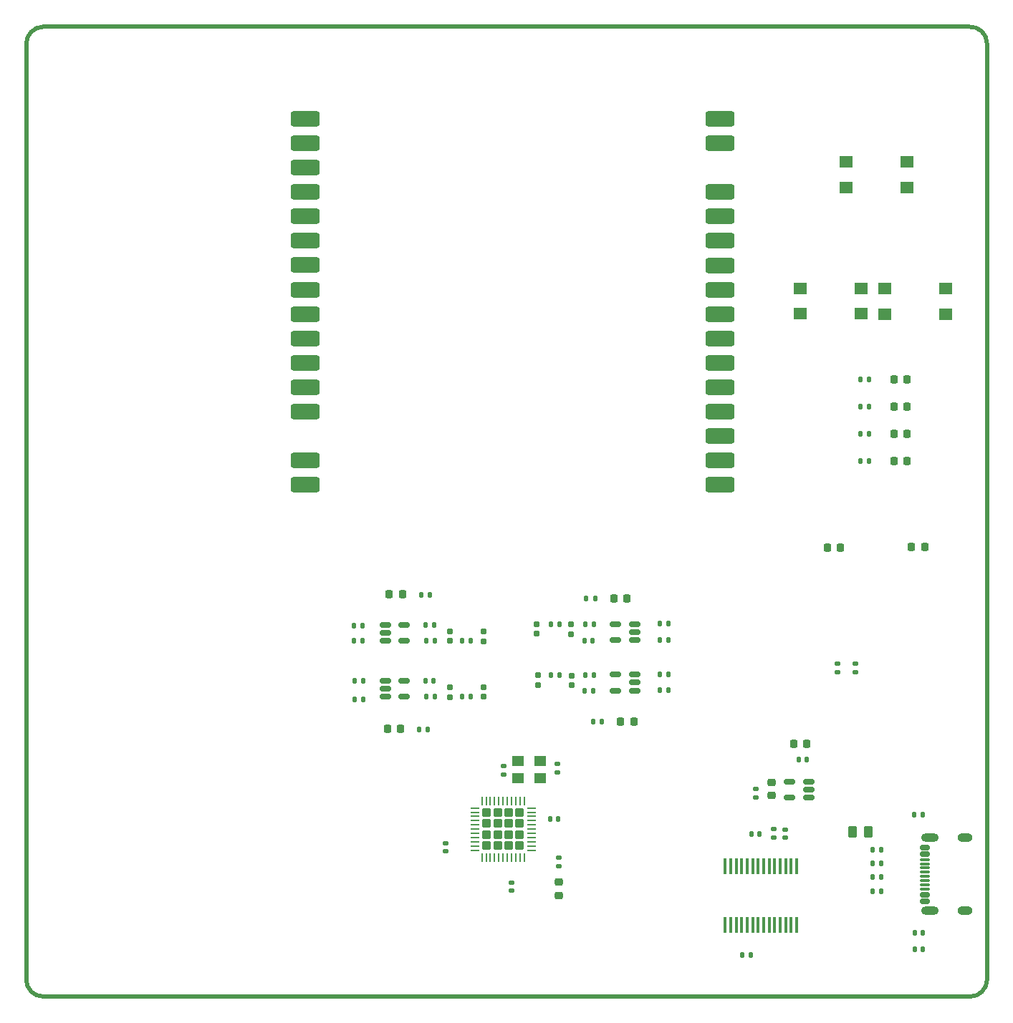
<source format=gbr>
%TF.GenerationSoftware,KiCad,Pcbnew,9.0.7*%
%TF.CreationDate,2026-01-21T16:50:36+00:00*%
%TF.ProjectId,OE PyBoard tester,4f452050-7942-46f6-9172-642074657374,rev?*%
%TF.SameCoordinates,PX4feafc0PY9062e40*%
%TF.FileFunction,Paste,Top*%
%TF.FilePolarity,Positive*%
%FSLAX46Y46*%
G04 Gerber Fmt 4.6, Leading zero omitted, Abs format (unit mm)*
G04 Created by KiCad (PCBNEW 9.0.7) date 2026-01-21 16:50:36*
%MOMM*%
%LPD*%
G01*
G04 APERTURE LIST*
G04 Aperture macros list*
%AMRoundRect*
0 Rectangle with rounded corners*
0 $1 Rounding radius*
0 $2 $3 $4 $5 $6 $7 $8 $9 X,Y pos of 4 corners*
0 Add a 4 corners polygon primitive as box body*
4,1,4,$2,$3,$4,$5,$6,$7,$8,$9,$2,$3,0*
0 Add four circle primitives for the rounded corners*
1,1,$1+$1,$2,$3*
1,1,$1+$1,$4,$5*
1,1,$1+$1,$6,$7*
1,1,$1+$1,$8,$9*
0 Add four rect primitives between the rounded corners*
20,1,$1+$1,$2,$3,$4,$5,0*
20,1,$1+$1,$4,$5,$6,$7,0*
20,1,$1+$1,$6,$7,$8,$9,0*
20,1,$1+$1,$8,$9,$2,$3,0*%
G04 Aperture macros list end*
%ADD10RoundRect,0.218750X0.218750X0.256250X-0.218750X0.256250X-0.218750X-0.256250X0.218750X-0.256250X0*%
%ADD11R,1.600000X1.400000*%
%ADD12RoundRect,0.135000X-0.185000X0.135000X-0.185000X-0.135000X0.185000X-0.135000X0.185000X0.135000X0*%
%ADD13RoundRect,0.250000X-1.450000X-0.650000X1.450000X-0.650000X1.450000X0.650000X-1.450000X0.650000X0*%
%ADD14RoundRect,0.140000X0.140000X0.170000X-0.140000X0.170000X-0.140000X-0.170000X0.140000X-0.170000X0*%
%ADD15RoundRect,0.135000X-0.135000X-0.185000X0.135000X-0.185000X0.135000X0.185000X-0.135000X0.185000X0*%
%ADD16RoundRect,0.100000X0.100000X-0.850000X0.100000X0.850000X-0.100000X0.850000X-0.100000X-0.850000X0*%
%ADD17RoundRect,0.135000X0.135000X0.185000X-0.135000X0.185000X-0.135000X-0.185000X0.135000X-0.185000X0*%
%ADD18RoundRect,0.250000X0.262500X0.450000X-0.262500X0.450000X-0.262500X-0.450000X0.262500X-0.450000X0*%
%ADD19RoundRect,0.155000X0.155000X-0.212500X0.155000X0.212500X-0.155000X0.212500X-0.155000X-0.212500X0*%
%ADD20RoundRect,0.155000X-0.155000X0.212500X-0.155000X-0.212500X0.155000X-0.212500X0.155000X0.212500X0*%
%ADD21RoundRect,0.150000X0.512500X0.150000X-0.512500X0.150000X-0.512500X-0.150000X0.512500X-0.150000X0*%
%ADD22RoundRect,0.140000X-0.140000X-0.170000X0.140000X-0.170000X0.140000X0.170000X-0.140000X0.170000X0*%
%ADD23RoundRect,0.218750X0.256250X-0.218750X0.256250X0.218750X-0.256250X0.218750X-0.256250X-0.218750X0*%
%ADD24RoundRect,0.150000X-0.512500X-0.150000X0.512500X-0.150000X0.512500X0.150000X-0.512500X0.150000X0*%
%ADD25RoundRect,0.140000X0.170000X-0.140000X0.170000X0.140000X-0.170000X0.140000X-0.170000X-0.140000X0*%
%ADD26R,1.400000X1.200000*%
%ADD27RoundRect,0.140000X-0.170000X0.140000X-0.170000X-0.140000X0.170000X-0.140000X0.170000X0.140000X0*%
%ADD28RoundRect,0.135000X0.185000X-0.135000X0.185000X0.135000X-0.185000X0.135000X-0.185000X-0.135000X0*%
%ADD29RoundRect,0.218750X-0.218750X-0.256250X0.218750X-0.256250X0.218750X0.256250X-0.218750X0.256250X0*%
%ADD30RoundRect,0.250000X-0.275000X-0.275000X0.275000X-0.275000X0.275000X0.275000X-0.275000X0.275000X0*%
%ADD31RoundRect,0.062500X-0.475000X-0.062500X0.475000X-0.062500X0.475000X0.062500X-0.475000X0.062500X0*%
%ADD32RoundRect,0.062500X-0.062500X-0.475000X0.062500X-0.475000X0.062500X0.475000X-0.062500X0.475000X0*%
%ADD33RoundRect,0.225000X0.250000X-0.225000X0.250000X0.225000X-0.250000X0.225000X-0.250000X-0.225000X0*%
%ADD34RoundRect,0.150000X0.425000X-0.150000X0.425000X0.150000X-0.425000X0.150000X-0.425000X-0.150000X0*%
%ADD35RoundRect,0.075000X0.500000X-0.075000X0.500000X0.075000X-0.500000X0.075000X-0.500000X-0.075000X0*%
%ADD36O,2.100000X1.000000*%
%ADD37O,1.800000X1.000000*%
%ADD38RoundRect,0.225000X0.225000X0.250000X-0.225000X0.250000X-0.225000X-0.250000X0.225000X-0.250000X0*%
%TA.AperFunction,Profile*%
%ADD39C,0.500000*%
%TD*%
G04 APERTURE END LIST*
D10*
%TO.C,D11*%
X104612500Y53137500D03*
X106187500Y53137500D03*
%TD*%
%TO.C,D10*%
X94678100Y53062500D03*
X96253100Y53062500D03*
%TD*%
D11*
%TO.C,OK1*%
X98690600Y80750000D03*
X91490600Y80750000D03*
X98690600Y83750000D03*
X91490600Y83750000D03*
%TD*%
%TO.C,NOK1*%
X101425000Y83725000D03*
X108625000Y83725000D03*
X101425000Y80725000D03*
X108625000Y80725000D03*
%TD*%
D12*
%TO.C,R17*%
X98000000Y39410000D03*
X98000000Y38390000D03*
%TD*%
%TO.C,R16*%
X95850000Y39410000D03*
X95850000Y38390000D03*
%TD*%
D13*
%TO.C,TP1*%
X32990681Y103816811D03*
%TD*%
D14*
%TO.C,C11*%
X92230000Y28047500D03*
X91270000Y28047500D03*
%TD*%
D13*
%TO.C,TP11*%
X32990681Y89383478D03*
%TD*%
D11*
%TO.C,SW1*%
X104050000Y95700000D03*
X96850000Y95700000D03*
X104050000Y98700000D03*
X96850000Y98700000D03*
%TD*%
D15*
%TO.C,R32*%
X51490000Y35443200D03*
X52510000Y35443200D03*
%TD*%
D10*
%TO.C,D8*%
X104125000Y66538800D03*
X102550000Y66538800D03*
%TD*%
D15*
%TO.C,R3*%
X100040000Y14100000D03*
X101060000Y14100000D03*
%TD*%
D16*
%TO.C,U2*%
X82600000Y8450000D03*
X83250000Y8450000D03*
X83900000Y8450000D03*
X84550000Y8450000D03*
X85200000Y8450000D03*
X85850000Y8450000D03*
X86500000Y8450000D03*
X87150000Y8450000D03*
X87800000Y8450000D03*
X88450000Y8450000D03*
X89100000Y8450000D03*
X89750000Y8450000D03*
X90400000Y8450000D03*
X91050000Y8450000D03*
X91050000Y15450000D03*
X90400000Y15450000D03*
X89750000Y15450000D03*
X89100000Y15450000D03*
X88450000Y15450000D03*
X87800000Y15450000D03*
X87150000Y15450000D03*
X86500000Y15450000D03*
X85850000Y15450000D03*
X85200000Y15450000D03*
X84550000Y15450000D03*
X83900000Y15450000D03*
X83250000Y15450000D03*
X82600000Y15450000D03*
%TD*%
D17*
%TO.C,R2*%
X101060000Y17400000D03*
X100040000Y17400000D03*
%TD*%
D18*
%TO.C,L1*%
X99512500Y19500000D03*
X97687500Y19500000D03*
%TD*%
D15*
%TO.C,R25*%
X47240000Y42056300D03*
X48260000Y42056300D03*
%TD*%
%TO.C,R11*%
X46461200Y31622000D03*
X47481200Y31622000D03*
%TD*%
D14*
%TO.C,C7*%
X86672500Y19250000D03*
X85712500Y19250000D03*
%TD*%
D15*
%TO.C,R28*%
X38740000Y42093200D03*
X39760000Y42093200D03*
%TD*%
D19*
%TO.C,C15*%
X54050000Y42038800D03*
X54050000Y43173800D03*
%TD*%
D14*
%TO.C,C26*%
X66930000Y42100000D03*
X65970000Y42100000D03*
%TD*%
D20*
%TO.C,C17*%
X64400000Y44006300D03*
X64400000Y42871300D03*
%TD*%
D15*
%TO.C,R10*%
X46711200Y47532400D03*
X47731200Y47532400D03*
%TD*%
%TO.C,R36*%
X38790000Y35143200D03*
X39810000Y35143200D03*
%TD*%
D17*
%TO.C,R34*%
X67060000Y38038800D03*
X66040000Y38038800D03*
%TD*%
%TO.C,R1*%
X101060000Y12450000D03*
X100040000Y12450000D03*
%TD*%
%TO.C,R13*%
X99610000Y69783600D03*
X98590000Y69783600D03*
%TD*%
D21*
%TO.C,U8*%
X71887500Y36188800D03*
X71887500Y37138800D03*
X71887500Y38088800D03*
X69612500Y38088800D03*
X69612500Y36188800D03*
%TD*%
D10*
%TO.C,D3*%
X71787500Y32538800D03*
X70212500Y32538800D03*
%TD*%
D13*
%TO.C,TP22*%
X82014000Y74938533D03*
%TD*%
D15*
%TO.C,R24*%
X51490000Y42056300D03*
X52510000Y42056300D03*
%TD*%
D17*
%TO.C,R37*%
X75910000Y36238800D03*
X74890000Y36238800D03*
%TD*%
D13*
%TO.C,TP24*%
X82014000Y72051867D03*
%TD*%
D22*
%TO.C,C23*%
X47170000Y37343200D03*
X48130000Y37343200D03*
%TD*%
D17*
%TO.C,R14*%
X99610000Y66561200D03*
X98590000Y66561200D03*
%TD*%
D15*
%TO.C,R33*%
X47240000Y35443200D03*
X48260000Y35443200D03*
%TD*%
D22*
%TO.C,C8*%
X85597500Y4882500D03*
X84637500Y4882500D03*
%TD*%
D23*
%TO.C,D1*%
X62950000Y11962500D03*
X62950000Y13537500D03*
%TD*%
D22*
%TO.C,C24*%
X47220000Y43956300D03*
X48180000Y43956300D03*
%TD*%
D13*
%TO.C,TP3*%
X32990681Y100930144D03*
%TD*%
D19*
%TO.C,C19*%
X54050000Y35475700D03*
X54050000Y36610700D03*
%TD*%
D17*
%TO.C,R35*%
X63060000Y37988800D03*
X62040000Y37988800D03*
%TD*%
D14*
%TO.C,C25*%
X66980000Y36138800D03*
X66020000Y36138800D03*
%TD*%
D15*
%TO.C,R23*%
X74880000Y44088800D03*
X75900000Y44088800D03*
%TD*%
D24*
%TO.C,U5*%
X42412500Y43943200D03*
X42412500Y42993200D03*
X42412500Y42043200D03*
X44687500Y42043200D03*
X44687500Y43943200D03*
%TD*%
D13*
%TO.C,TP32*%
X82014000Y60505200D03*
%TD*%
D19*
%TO.C,C20*%
X50100000Y35425700D03*
X50100000Y36560700D03*
%TD*%
D25*
%TO.C,C14*%
X86250000Y23570000D03*
X86250000Y24530000D03*
%TD*%
D17*
%TO.C,R27*%
X63060000Y44050000D03*
X62040000Y44050000D03*
%TD*%
%TO.C,R12*%
X99618700Y73006000D03*
X98598700Y73006000D03*
%TD*%
D13*
%TO.C,TP14*%
X82014000Y86485200D03*
%TD*%
D24*
%TO.C,U7*%
X42412500Y37343200D03*
X42412500Y36393200D03*
X42412500Y35443200D03*
X44687500Y35443200D03*
X44687500Y37343200D03*
%TD*%
D26*
%TO.C,X1*%
X60754000Y27815404D03*
X58154000Y27815404D03*
X58154000Y25815394D03*
X60754000Y25815394D03*
%TD*%
D17*
%TO.C,R26*%
X67060000Y44000000D03*
X66040000Y44000000D03*
%TD*%
D13*
%TO.C,TP25*%
X32990681Y69176811D03*
%TD*%
D22*
%TO.C,C6*%
X105020000Y5600000D03*
X105980000Y5600000D03*
%TD*%
D13*
%TO.C,TP17*%
X32990681Y80723478D03*
%TD*%
D21*
%TO.C,U3*%
X92487500Y23500000D03*
X92487500Y24450000D03*
X92487500Y25400000D03*
X90212500Y25400000D03*
X90212500Y23500000D03*
%TD*%
D13*
%TO.C,TP10*%
X82014000Y92258533D03*
%TD*%
%TO.C,TP9*%
X32990681Y92270144D03*
%TD*%
D12*
%TO.C,R6*%
X88350000Y19810000D03*
X88350000Y18790000D03*
%TD*%
D27*
%TO.C,C2*%
X57354000Y13480000D03*
X57354000Y12520000D03*
%TD*%
D22*
%TO.C,C3*%
X61920000Y21000000D03*
X62880000Y21000000D03*
%TD*%
D28*
%TO.C,R7*%
X62950000Y15440000D03*
X62950000Y16460000D03*
%TD*%
D29*
%TO.C,D4*%
X42912500Y47543200D03*
X44487500Y47543200D03*
%TD*%
D13*
%TO.C,TP21*%
X32990681Y74950144D03*
%TD*%
D17*
%TO.C,R15*%
X99618700Y63338800D03*
X98598700Y63338800D03*
%TD*%
D13*
%TO.C,TP20*%
X82014000Y77825200D03*
%TD*%
%TO.C,TP26*%
X82014000Y69165200D03*
%TD*%
D30*
%TO.C,U1*%
X54400000Y21750000D03*
X54400000Y20450000D03*
X54400000Y19150000D03*
X54400000Y17850000D03*
X55700000Y21750000D03*
X55700000Y20450000D03*
X55700000Y19150000D03*
X55700000Y17850000D03*
X57000000Y21750000D03*
X57000000Y20450000D03*
X57000000Y19150000D03*
X57000000Y17850000D03*
X58300000Y21750000D03*
X58300000Y20450000D03*
X58300000Y19150000D03*
X58300000Y17850000D03*
D31*
X53012500Y22300000D03*
X53012500Y21800000D03*
X53012500Y21300000D03*
X53012500Y20800000D03*
X53012500Y20300000D03*
X53012500Y19800000D03*
X53012500Y19300000D03*
X53012500Y18800000D03*
X53012500Y18300000D03*
X53012500Y17800000D03*
X53012500Y17300000D03*
D32*
X53850000Y16462500D03*
X54350000Y16462500D03*
X54850000Y16462500D03*
X55350000Y16462500D03*
X55850000Y16462500D03*
X56350000Y16462500D03*
X56850000Y16462500D03*
X57350000Y16462500D03*
X57850000Y16462500D03*
X58350000Y16462500D03*
X58850000Y16462500D03*
D31*
X59687500Y17300000D03*
X59687500Y17800000D03*
X59687500Y18300000D03*
X59687500Y18800000D03*
X59687500Y19300000D03*
X59687500Y19800000D03*
X59687500Y20300000D03*
X59687500Y20800000D03*
X59687500Y21300000D03*
X59687500Y21800000D03*
X59687500Y22300000D03*
D32*
X58850000Y23137500D03*
X58350000Y23137500D03*
X57850000Y23137500D03*
X57350000Y23137500D03*
X56850000Y23137500D03*
X56350000Y23137500D03*
X55850000Y23137500D03*
X55350000Y23137500D03*
X54850000Y23137500D03*
X54350000Y23137500D03*
X53850000Y23137500D03*
%TD*%
D27*
%TO.C,C4*%
X49550000Y18130000D03*
X49550000Y17170000D03*
%TD*%
D25*
%TO.C,C10*%
X62750000Y26520000D03*
X62750000Y27480000D03*
%TD*%
D13*
%TO.C,TP28*%
X82014000Y66278533D03*
%TD*%
%TO.C,TP5*%
X32990681Y98043478D03*
%TD*%
%TO.C,TP7*%
X32990681Y95156811D03*
%TD*%
%TO.C,TP30*%
X82014000Y63391867D03*
%TD*%
%TO.C,TP15*%
X32990681Y83610144D03*
%TD*%
D20*
%TO.C,C21*%
X64500000Y37956300D03*
X64500000Y36821300D03*
%TD*%
D15*
%TO.C,R31*%
X74890000Y38088800D03*
X75910000Y38088800D03*
%TD*%
D33*
%TO.C,C13*%
X88100000Y23775000D03*
X88100000Y25325000D03*
%TD*%
D20*
%TO.C,C18*%
X60300000Y44056300D03*
X60300000Y42921300D03*
%TD*%
D13*
%TO.C,TP13*%
X32990681Y86496811D03*
%TD*%
D10*
%TO.C,D6*%
X104125000Y72988800D03*
X102550000Y72988800D03*
%TD*%
D13*
%TO.C,TP12*%
X82014000Y89371867D03*
%TD*%
D17*
%TO.C,R29*%
X75910000Y42188800D03*
X74890000Y42188800D03*
%TD*%
D14*
%TO.C,C5*%
X105980000Y7500000D03*
X105020000Y7500000D03*
%TD*%
D13*
%TO.C,TP23*%
X32990681Y72063478D03*
%TD*%
D27*
%TO.C,C9*%
X89725000Y19730000D03*
X89725000Y18770000D03*
%TD*%
D10*
%TO.C,D7*%
X102550000Y69788800D03*
X104125000Y69788800D03*
%TD*%
D13*
%TO.C,TP18*%
X82014000Y80711867D03*
%TD*%
D17*
%TO.C,R8*%
X67213800Y47078800D03*
X66193800Y47078800D03*
%TD*%
D20*
%TO.C,C22*%
X60450000Y38006300D03*
X60450000Y36871300D03*
%TD*%
D25*
%TO.C,C1*%
X56400000Y26270000D03*
X56400000Y27230000D03*
%TD*%
D13*
%TO.C,TP16*%
X82014000Y83598533D03*
%TD*%
%TO.C,TP2*%
X82014000Y103805200D03*
%TD*%
D17*
%TO.C,R9*%
X67988800Y32539200D03*
X66968800Y32539200D03*
%TD*%
%TO.C,R30*%
X39810000Y37343200D03*
X38790000Y37343200D03*
%TD*%
%TO.C,R22*%
X39760000Y43893200D03*
X38740000Y43893200D03*
%TD*%
D34*
%TO.C,J1*%
X106195000Y11250000D03*
X106195000Y12050000D03*
D35*
X106195000Y13200000D03*
X106195000Y14200000D03*
X106195000Y14700000D03*
X106195000Y15700000D03*
D34*
X106195000Y16850000D03*
X106195000Y17650000D03*
X106195000Y17650000D03*
X106195000Y16850000D03*
D35*
X106195000Y16200000D03*
X106195000Y15200000D03*
X106195000Y13700000D03*
X106195000Y12700000D03*
D34*
X106195000Y12050000D03*
X106195000Y11250000D03*
D36*
X106770000Y10130000D03*
D37*
X110950000Y10130000D03*
D36*
X106770000Y18770000D03*
D37*
X110950000Y18770000D03*
%TD*%
D29*
%TO.C,D5*%
X42662500Y31643200D03*
X44237500Y31643200D03*
%TD*%
D10*
%TO.C,D2*%
X71012500Y47088800D03*
X69437500Y47088800D03*
%TD*%
D13*
%TO.C,TP8*%
X82014000Y95145200D03*
%TD*%
D19*
%TO.C,C16*%
X50100000Y42088800D03*
X50100000Y43223800D03*
%TD*%
D15*
%TO.C,R4*%
X100040000Y15750000D03*
X101060000Y15750000D03*
%TD*%
D21*
%TO.C,U6*%
X71887500Y42138800D03*
X71887500Y43088800D03*
X71887500Y44038800D03*
X69612500Y44038800D03*
X69612500Y42138800D03*
%TD*%
D15*
%TO.C,R5*%
X104940000Y21500000D03*
X105960000Y21500000D03*
%TD*%
D13*
%TO.C,TP19*%
X32990681Y77836811D03*
%TD*%
%TO.C,TP31*%
X32990681Y60516811D03*
%TD*%
D10*
%TO.C,D9*%
X104125000Y63338800D03*
X102550000Y63338800D03*
%TD*%
D38*
%TO.C,C12*%
X92225000Y29847500D03*
X90675000Y29847500D03*
%TD*%
D13*
%TO.C,TP4*%
X82014000Y100918533D03*
%TD*%
%TO.C,TP29*%
X32990681Y63403478D03*
%TD*%
D39*
X113550000Y112700000D02*
X113550000Y2000000D01*
X2000000Y0D02*
G75*
G02*
X0Y2000000I0J2000000D01*
G01*
X1992517Y114685786D02*
X111450000Y114700000D01*
X111550000Y0D02*
X2000000Y0D01*
X111450000Y114700000D02*
G75*
G02*
X113549980Y112700000I97600J-2000000D01*
G01*
X0Y2000000D02*
X0Y112685786D01*
X113550000Y2000000D02*
G75*
G02*
X111550000Y0I-2000000J0D01*
G01*
X0Y112685786D02*
G75*
G02*
X2000000Y114685800I2000000J14D01*
G01*
M02*

</source>
